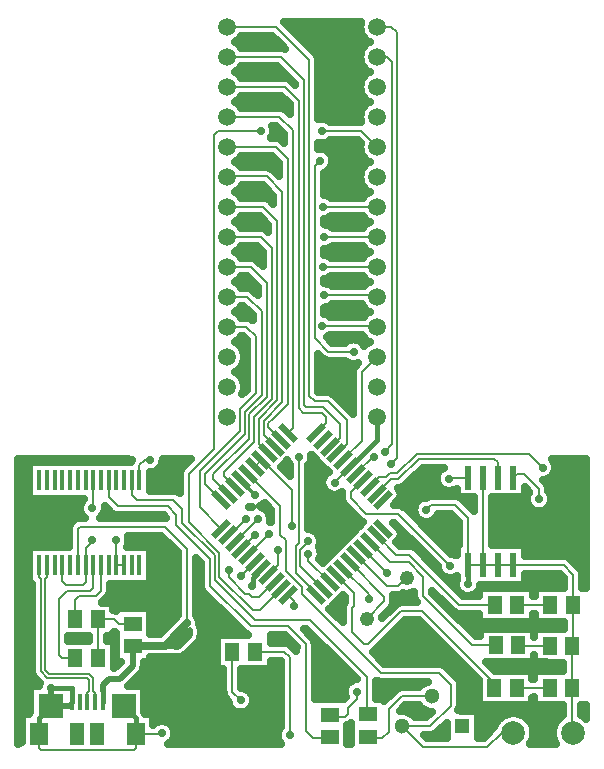
<source format=gbr>
G04 DipTrace 3.0.0.1*
G04 Top.gbr*
%MOIN*%
G04 #@! TF.FileFunction,Copper,L1,Top*
G04 #@! TF.Part,Single*
%AMOUTLINE3*
4,1,4,
-0.032014,0.018096,
-0.018096,0.032014,
0.032014,-0.018096,
0.018096,-0.032014,
-0.032014,0.018096,
0*%
%AMOUTLINE6*
4,1,4,
-0.018096,-0.032014,
-0.032014,-0.018096,
0.018096,0.032014,
0.032014,0.018096,
-0.018096,-0.032014,
0*%
G04 #@! TA.AperFunction,Conductor*
%ADD14C,0.007*%
%ADD15C,0.015748*%
%ADD16C,0.02*%
G04 #@! TA.AperFunction,CopperBalancing*
%ADD17C,0.025*%
G04 #@! TA.AperFunction,Conductor*
%ADD21C,0.018*%
%ADD22C,0.012*%
%ADD23C,0.015*%
G04 #@! TA.AperFunction,ComponentPad*
%ADD26C,0.059055*%
%ADD30R,0.059055X0.051181*%
%ADD31R,0.051181X0.059055*%
%ADD32R,0.023622X0.07874*%
G04 #@! TA.AperFunction,ComponentPad*
%ADD33C,0.051181*%
%ADD34R,0.051181X0.051181*%
%ADD35C,0.07874*%
%ADD37R,0.015748X0.070866*%
%ADD38R,0.015748X0.05315*%
%ADD39R,0.082677X0.07874*%
%ADD40R,0.062992X0.074803*%
%ADD41R,0.047244X0.074803*%
G04 #@! TA.AperFunction,ComponentPad*
%ADD42C,0.048*%
G04 #@! TA.AperFunction,ViaPad*
%ADD43C,0.029*%
%ADD84OUTLINE3*%
%ADD87OUTLINE6*%
%FSLAX26Y26*%
G04*
G70*
G90*
G75*
G01*
G04 Top*
%LPD*%
X687533Y570997D2*
D14*
Y601072D1*
X681738Y606867D1*
Y618067D1*
Y651841D1*
X667597Y665982D1*
X534526D1*
X521268Y679240D1*
Y966902D1*
X522045Y967678D1*
X522039Y981780D1*
X527833Y987576D1*
X527822Y1026509D1*
X661942Y570997D2*
Y601072D1*
X667738Y606867D1*
Y618067D1*
Y646042D1*
X661798Y651982D1*
X528727D1*
X507268Y673441D1*
Y972701D1*
X508042Y973475D1*
X508039Y981774D1*
X502243Y987568D1*
X502231Y1026501D1*
X834908Y1309974D2*
Y1359974D1*
X853806Y1378871D1*
X870341D1*
X871522Y1377690D1*
X732546Y1309974D2*
Y1253412D1*
X762992Y1222966D1*
X929265D1*
X956562Y1195669D1*
Y1159843D1*
X1069816Y1046588D1*
Y959186D1*
X1206037Y822966D1*
X1332152D1*
X1389501Y765617D1*
Y476115D1*
X1413911Y451706D1*
X1469685D1*
X1471391Y453412D1*
X713123Y570997D2*
D15*
Y607572D1*
D16*
Y628740D1*
X733071Y648688D1*
X770079D1*
X812861Y691470D1*
Y754724D1*
X814436Y756299D1*
D17*
Y759186D1*
X919685D1*
X993438Y832940D1*
X814436Y756299D2*
D16*
X946588D1*
X1003150Y812861D1*
Y795144D1*
X964173Y756168D1*
X953150D1*
X993438Y796457D1*
X630184Y1026509D2*
D14*
Y1147113D1*
X638583Y1155512D1*
X920210D1*
X993438Y1082283D1*
Y832940D1*
X809318Y1309974D2*
Y1262861D1*
X826115Y1246063D1*
X948031D1*
X978084Y1216010D1*
Y1168635D1*
X1087008Y1059711D1*
Y977822D1*
X1220341Y844488D1*
X1403806D1*
X1594488Y653806D1*
Y531759D1*
X1596325Y529921D1*
X622047Y846850D2*
Y912336D1*
X635171Y925459D1*
X690945D1*
X706562Y941076D1*
Y1026115D1*
X706955Y1026509D1*
X696850Y846850D2*
Y717698D1*
X697094Y717454D1*
X696850Y846850D2*
X751312D1*
X766535Y831627D1*
X813911D1*
X814436Y831102D1*
X1727034Y983202D2*
X1721522D1*
X1696063Y957743D1*
X1661201D1*
X1558987Y1059957D1*
X1592685Y848853D2*
X1593866D1*
X1652362Y907349D1*
Y922039D1*
X1536715Y1037686D1*
X1514445Y1377320D2*
Y1379799D1*
X1577165Y1442520D1*
Y1670604D1*
X1628084Y1721522D1*
X1930906Y1319094D2*
X1871325D1*
X1867717Y1315486D1*
X1581257Y1082228D2*
X1581420D1*
X1661680Y1001969D1*
X1174811Y1310507D2*
D22*
Y1309047D1*
X1222244Y1261614D1*
X1241623Y1015415D2*
D23*
Y1013802D1*
X1212730Y984908D1*
Y960367D1*
X1209383Y957021D1*
X2082283Y468635D2*
D14*
X2043438D1*
X1995276Y420472D1*
X1780315D1*
X1711155Y489633D1*
X1803806D1*
X1873228Y559055D1*
Y629528D1*
X1833333Y669423D1*
X1639370D1*
X1378871Y929921D1*
Y953281D1*
X1322966Y1009186D1*
Y1110105D1*
X1304987Y1128084D1*
Y1224873D1*
X1197081Y1332778D1*
X1811155Y589633D2*
X1709055D1*
X1665748Y546325D1*
Y472047D1*
X1645538Y451837D1*
X1599606D1*
X1596325Y455118D1*
X2203281Y617323D2*
X2092913D1*
X622291Y717454D2*
X576640D1*
X567323Y726772D1*
Y915354D1*
X593045Y941076D1*
X671654D1*
X680840Y950262D1*
Y1025984D1*
X681365Y1026509D1*
X2203150Y758924D2*
X2098163D1*
X2097507Y759580D1*
X2205512Y894619D2*
X2095013D1*
X2094226Y895407D1*
X1930906Y1027756D2*
X1980906D1*
X2030906D1*
X2080906D1*
X500525Y465682D2*
D23*
Y518832D1*
X539895Y558202D1*
X823360Y465682D2*
Y518832D1*
X783990Y558202D1*
X2280315Y894619D2*
D14*
Y761286D1*
X2277953Y758924D1*
Y617454D1*
X2278084Y617323D1*
Y469685D1*
X2279134Y468635D1*
X2080906Y1027756D2*
X2250197D1*
X2281890Y996063D1*
Y896194D1*
X2280315Y894619D1*
X823360Y465682D2*
Y417454D1*
X818373Y412467D1*
X506168D1*
X501181Y417454D1*
Y465026D1*
X500525Y465682D1*
X539895Y558202D2*
D16*
X597966D1*
D15*
X610761Y570997D1*
X1980906Y1319094D2*
D14*
Y1027756D1*
X1930906D2*
D23*
X1931234Y965420D1*
X1536715Y1355049D2*
D14*
X1538907D1*
D23*
X1629003Y1445144D1*
Y1520604D1*
D14*
X1628084Y1521522D1*
X1241623Y1377320D2*
X1219353Y1355050D1*
Y1355049D1*
X1241623Y1377320D2*
X1243677D1*
X1342651Y1278346D1*
Y1159449D1*
X1485958Y1302756D2*
Y1304291D1*
X1536715Y1355049D1*
X539895Y558202D2*
D16*
Y617192D1*
X610761Y570997D2*
D15*
Y619291D1*
D21*
X541995D1*
X539895Y617192D1*
X579003Y1026509D2*
D14*
Y973885D1*
X590420Y962467D1*
X647244D1*
X656693Y971916D1*
Y1025591D1*
X655774Y1026509D1*
X681365Y1309974D2*
Y1219816D1*
X678740Y1217192D1*
X677822Y1110367D2*
Y1104724D1*
X657349Y1084252D1*
Y1028084D1*
X655774Y1026509D1*
X758136D2*
Y1110367D1*
Y1026509D2*
X783727D1*
X1145538Y738058D2*
Y604724D1*
X1172966Y577297D1*
X823360Y465682D2*
X909646D1*
X910761Y466798D1*
X1930906Y1027756D2*
Y1184055D1*
X1888189Y1226772D1*
X1807349D1*
X1792257Y1211680D1*
X1514445Y1015415D2*
Y1015083D1*
X1599869Y929659D1*
Y913255D1*
X1219353Y1037686D2*
Y1037594D1*
X1172835Y991076D1*
X1220341Y738058D2*
X1318635D1*
X1337008Y719685D1*
Y460499D1*
X2018110Y617323D2*
Y634252D1*
X1779003Y873360D1*
X1708924D1*
X1598819Y763255D1*
X1582415D1*
X1542388Y803281D1*
Y883333D1*
X1551050Y891995D1*
Y934268D1*
X1492173Y993144D1*
X2022703Y759580D2*
X1945669D1*
X1781759Y923491D1*
Y987927D1*
X1732546Y1037139D1*
X1670888D1*
X1603529Y1104499D1*
X2019423Y895407D2*
X1901575D1*
X1735302Y1061680D1*
X1690891D1*
X1625801Y1126770D1*
X1492173Y1399591D2*
X1492766D1*
X1525984Y1432808D1*
Y1510761D1*
X1463353Y1573392D1*
X1420440D1*
X1401969Y1591864D1*
Y2710630D1*
X1290682Y2821916D1*
X1128478D1*
X1128084Y2821522D1*
Y2721522D2*
X1307743D1*
X1385564Y2643701D1*
Y1561417D1*
X1391995Y1554987D1*
X1448950D1*
X1504856Y1499081D1*
Y1452756D1*
X1473962Y1421862D1*
X1469903D1*
X1128084Y2621522D2*
X1320210D1*
X1366273Y2575459D1*
Y1549738D1*
X1381365Y1534646D1*
X1444751D1*
X1458793Y1520604D1*
Y1499837D1*
X1425360Y1466404D1*
X1330709D2*
Y1466667D1*
X1347244Y1483202D1*
Y2476772D1*
X1301837Y2522178D1*
X1128740D1*
X1128084Y2521522D1*
Y2421522D2*
X1289239D1*
X1329790Y2380971D1*
Y1564567D1*
X1280315Y1515092D1*
X1279396D1*
X1264961Y1500656D1*
Y1487609D1*
X1308437Y1444133D1*
X1286165Y1421862D2*
Y1426433D1*
X1249869Y1462730D1*
Y1508399D1*
X1312336Y1570866D1*
Y2270341D1*
X1259449Y2323228D1*
X1129790D1*
X1128084Y2321522D1*
X1263895Y1399591D2*
Y1400016D1*
X1233858Y1430052D1*
Y1515092D1*
X1295538Y1576772D1*
Y2174803D1*
X1248556Y2221785D1*
X1128346D1*
X1128084Y2221522D1*
Y2121522D2*
X1239764D1*
X1277690Y2083596D1*
Y1582021D1*
X1217060Y1521391D1*
Y1437402D1*
X1116142Y1336483D1*
Y1324634D1*
X1152539Y1288236D1*
X1128084Y2021522D2*
X1207218D1*
X1260367Y1968373D1*
Y1589239D1*
X1201312Y1530184D1*
Y1449475D1*
X1082021Y1330184D1*
Y1314211D1*
X1130268Y1265965D1*
X1128084Y1921522D2*
X1194226D1*
X1242782Y1872966D1*
Y1594488D1*
X1186352Y1538058D1*
Y1463386D1*
X1053281Y1330315D1*
Y1298409D1*
X1107997Y1243693D1*
X1128084Y1821522D2*
X1192126D1*
X1223753Y1789895D1*
Y1600131D1*
X1171916Y1548294D1*
Y1475722D1*
X1037008Y1340814D1*
Y1220031D1*
X1107997Y1149042D1*
X1130268Y1126770D2*
X1137400D1*
X1190289Y1179659D1*
X1444094Y1825197D2*
X1628084D1*
Y1821522D1*
X1152539Y1104499D2*
Y1105558D1*
X1229528Y1182546D1*
X1449344Y1926640D2*
X1622966D1*
X1628084Y1921522D1*
X1174811Y1082228D2*
Y1082423D1*
X1220997Y1128609D1*
X1446719Y2021522D2*
X1628084D1*
X1197081Y1059957D2*
Y1060467D1*
X1267585Y1130971D1*
X1451312Y2122047D2*
X1627559D1*
X1628084Y2121522D1*
Y2221522D2*
X1447244D1*
X1297507Y1076378D2*
Y1026756D1*
X1263895Y993144D1*
X1286165Y970873D2*
X1283734D1*
X1235696Y922835D1*
X1211286D1*
X1201312Y932808D1*
X1188845D1*
X1134252Y987402D1*
Y1008136D1*
X1132677Y1009711D1*
X1308437Y948601D2*
Y947676D1*
X1237008Y876247D1*
X1214042D1*
X1101181Y989108D1*
Y1068898D1*
X1000000Y1170079D1*
Y1329921D1*
X1084514Y1414436D1*
Y2459711D1*
X1098163Y2473360D1*
X1238320D1*
X1239895Y2474934D1*
X1443570Y2474016D2*
X1575591D1*
X1628084Y2421522D1*
X1349344Y891207D2*
Y907696D1*
X1330709Y926331D1*
X1368241Y1387927D2*
Y1102362D1*
X1356840Y1090961D1*
Y1001559D1*
X1425360Y933039D1*
Y926331D1*
X1628084Y2721522D2*
X1661549D1*
X1677822Y2705249D1*
Y1430971D1*
X1652887Y1406037D1*
X1396063Y1106824D2*
Y1104987D1*
X1370079Y1079003D1*
Y1026154D1*
X1447631Y948601D1*
X1628084Y2821522D2*
X1675328D1*
X1693570Y2803281D1*
Y1384121D1*
X1673491Y1364042D1*
X1398556Y1065617D2*
Y1042219D1*
X1469903Y970873D1*
X1581257Y1310507D2*
X1580192D1*
X1540682Y1270997D1*
Y1250000D1*
X1592257Y1198425D1*
X1697900D1*
X1871522Y1024803D1*
X1561024Y605906D2*
Y582677D1*
X1529790Y551444D1*
Y531890D1*
X1519554Y521654D1*
X1477953D1*
X1471391Y528215D1*
X2030906Y1319094D2*
Y1369882D1*
X2017979Y1382808D1*
X1768110D1*
X1698425Y1313123D1*
X1672959D1*
X1625801Y1265965D1*
X2167454Y1247244D2*
Y1282415D1*
X2117848Y1332021D1*
X2093832D1*
X2080906Y1319094D1*
X1603529Y1288236D2*
X1604115D1*
X1635564Y1319685D1*
X1657480D1*
X1672047Y1334252D1*
X1695538D1*
X1759580Y1398294D1*
X2133333D1*
X2179528Y1352100D1*
X1558987Y1332778D2*
Y1334184D1*
X1612598Y1387795D1*
X1618898D1*
X1549213Y1738714D2*
X1465617D1*
X1419291Y1785039D1*
Y2356430D1*
X1438189Y2375328D1*
D43*
X871522Y1377690D3*
X993438Y832940D3*
Y796457D3*
Y832940D3*
X1867717Y1315486D3*
X1661680Y1001969D3*
X1222244Y1261614D3*
X1209383Y957021D3*
X1931234Y965420D3*
X1342651Y1159449D3*
X1485958Y1302756D3*
X539895Y617192D3*
X678740Y1217192D3*
X677822Y1110367D3*
X758136D3*
D3*
X1931234Y965420D3*
X1172966Y577297D3*
X910761Y466798D3*
X1792257Y1211680D3*
X539895Y617192D3*
X1599869Y913255D3*
X1931234Y965420D3*
X910761Y466798D3*
X539895Y617192D3*
X1172835Y991076D3*
X1337008Y460499D3*
X1190289Y1179659D3*
X1444094Y1825197D3*
X1229528Y1182546D3*
X1449344Y1926640D3*
X1220997Y1128609D3*
X1446719Y2021522D3*
X1267585Y1130971D3*
X1451312Y2122047D3*
X1447244Y2221522D3*
X1297507Y1076378D3*
X1132677Y1009711D3*
X1239895Y2474934D3*
X1443570Y2474016D3*
X1349344Y891207D3*
X1368241Y1387927D3*
X1652887Y1406037D3*
X1396063Y1106824D3*
X1673491Y1364042D3*
X1398556Y1065617D3*
X1871522Y1024803D3*
X1561024Y605906D3*
X2167454Y1247244D3*
X2179528Y1352100D3*
X1618898Y1387795D3*
X1549213Y1738714D3*
X1438189Y2375328D3*
X1345883Y2811647D2*
D17*
X1570424D1*
X1174546Y2786778D2*
X1280874D1*
X1370737D2*
X1581606D1*
X1169419Y2761909D2*
X1305776D1*
X1395639D2*
X1586733D1*
X1420493Y2737041D2*
X1571743D1*
X1434409Y2712172D2*
X1570327D1*
X1174936Y2687303D2*
X1297036D1*
X1434458D2*
X1581215D1*
X1168881Y2662434D2*
X1321889D1*
X1434458D2*
X1587319D1*
X1434458Y2637566D2*
X1571889D1*
X1434458Y2612697D2*
X1570278D1*
X1175327Y2587828D2*
X1308999D1*
X1434458D2*
X1580825D1*
X1168296Y2562959D2*
X1333754D1*
X1434458D2*
X1587856D1*
X1434458Y2538091D2*
X1572085D1*
X1458042Y2513222D2*
X1570180D1*
X1281137Y2488353D2*
X1290759D1*
X1281772Y2463484D2*
X1314760D1*
X1466733Y2438615D2*
X1566079D1*
X1455014Y2413747D2*
X1570083D1*
X1176108Y2388878D2*
X1276967D1*
X1479379D2*
X1580044D1*
X1167124Y2364009D2*
X1297280D1*
X1480112D2*
X1589077D1*
X1288462Y2339140D2*
X1297257D1*
X1459946D2*
X1572378D1*
X1451792Y2314272D2*
X1570034D1*
X1176499Y2289403D2*
X1248354D1*
X1451792D2*
X1579653D1*
X1166489Y2264534D2*
X1273208D1*
X1451792D2*
X1589663D1*
X1176840Y2189928D2*
X1235463D1*
X1475864D2*
X1579311D1*
X1165854Y2165059D2*
X1260366D1*
X1451792D2*
X1590297D1*
X1177231Y2090453D2*
X1225893D1*
X1479965D2*
X1578969D1*
X1165171Y2065584D2*
X1245180D1*
X1451792D2*
X1590981D1*
X1232944Y2040715D2*
X1245180D1*
X1177573Y1990978D2*
X1192837D1*
X1476547D2*
X1578628D1*
X1164536Y1966109D2*
X1217690D1*
X1462924D2*
X1591665D1*
X1219419Y1941240D2*
X1227892D1*
X1472983Y1891503D2*
X1578286D1*
X1163803Y1866634D2*
X1204165D1*
X1451792D2*
X1592348D1*
X1470688Y1792028D2*
X1577944D1*
X1163071Y1767159D2*
X1191274D1*
X1581235D2*
X1593081D1*
X1182602Y1742290D2*
X1191274D1*
X1434458Y1717421D2*
X1442005D1*
X1178549Y1692552D2*
X1191274D1*
X1434458D2*
X1554165D1*
X1162338Y1667684D2*
X1191274D1*
X1434458D2*
X1544643D1*
X1182407Y1642815D2*
X1191274D1*
X1434458D2*
X1544643D1*
X1434458Y1617946D2*
X1544643D1*
X1488608Y1593077D2*
X1544643D1*
X1513462Y1568209D2*
X1544643D1*
X433725Y1369259D2*
X465346D1*
X914145D2*
X994399D1*
X1407260D2*
X1432631D1*
X2219272D2*
X2322182D1*
X433725Y1344390D2*
X465346D1*
X897934D2*
X971206D1*
X1321518D2*
X1335753D1*
X1400717D2*
X1457973D1*
X1774594D2*
X1836147D1*
X2222299D2*
X2322182D1*
X433725Y1319521D2*
X465346D1*
X871762D2*
X967495D1*
X1400717D2*
X1446059D1*
X1749741D2*
X1824428D1*
X2206919D2*
X2322182D1*
X433725Y1294652D2*
X465346D1*
X871762D2*
X967495D1*
X1400717D2*
X1443276D1*
X1724887D2*
X1829897D1*
X2197348D2*
X2322182D1*
X433725Y1269783D2*
X465346D1*
X1400717D2*
X1459096D1*
X1707846D2*
X1890102D1*
X2121713D2*
X2130727D1*
X2204184D2*
X2322182D1*
X433725Y1244915D2*
X646010D1*
X1400717D2*
X1508608D1*
X1703012D2*
X1765737D1*
X1914975D2*
X1948403D1*
X2013413D2*
X2124038D1*
X2210874D2*
X2322182D1*
X433725Y1220046D2*
X635317D1*
X1199853D2*
X1210489D1*
X1248618D2*
X1264922D1*
X1400717D2*
X1525698D1*
X1721176D2*
X1749624D1*
X1939829D2*
X1948430D1*
X2013413D2*
X2134292D1*
X2200620D2*
X2322182D1*
X433725Y1195177D2*
X641665D1*
X715805D2*
X749184D1*
X1400717D2*
X1550600D1*
X1832309D2*
X1874868D1*
X2013413D2*
X2322182D1*
X433725Y1170308D2*
X608462D1*
X1400717D2*
X1579262D1*
X1770932D2*
X1898403D1*
X2013413D2*
X2322182D1*
X433725Y1145440D2*
X597671D1*
X1412338D2*
X1554360D1*
X1795835D2*
X1898403D1*
X2013413D2*
X2322182D1*
X433725Y1120571D2*
X597671D1*
X800327D2*
X910219D1*
X1437192D2*
X1529506D1*
X1706967D2*
X1730825D1*
X1820688D2*
X1898403D1*
X2013413D2*
X2322182D1*
X433725Y1095702D2*
X597671D1*
X798911D2*
X935073D1*
X1438022D2*
X1504702D1*
X1701792D2*
X1755678D1*
X1845542D2*
X1898403D1*
X2013413D2*
X2322182D1*
X433725Y1070833D2*
X465346D1*
X871762D2*
X959975D1*
X1441733D2*
X1480385D1*
X1771079D2*
X1780581D1*
X1870395D2*
X1890102D1*
X2121713D2*
X2322182D1*
X433725Y1045965D2*
X465346D1*
X871762D2*
X960952D1*
X1439731D2*
X1455141D1*
X1795932D2*
X1805434D1*
X2276938D2*
X2322182D1*
X433725Y1021096D2*
X465346D1*
X871762D2*
X960952D1*
X1025962D2*
X1037287D1*
X2301792D2*
X2322182D1*
X433725Y996227D2*
X465346D1*
X871762D2*
X960952D1*
X1025962D2*
X1037287D1*
X2121713D2*
X2236782D1*
X2314389D2*
X2322176D1*
X433725Y971358D2*
X465346D1*
X871762D2*
X960952D1*
X1025962D2*
X1037287D1*
X1870542D2*
X1888149D1*
X2121713D2*
X2249379D1*
X2314389D2*
X2322176D1*
X433725Y946490D2*
X474770D1*
X739047D2*
X960952D1*
X1025962D2*
X1040133D1*
X433725Y921621D2*
X474770D1*
X731919D2*
X960952D1*
X1025962D2*
X1062465D1*
X1510727D2*
X1518515D1*
X1684848D2*
X1749331D1*
X433725Y896752D2*
X474770D1*
X751450D2*
X960952D1*
X1025962D2*
X1087319D1*
X1485825D2*
X1513051D1*
X433725Y871883D2*
X474770D1*
X872983D2*
X960952D1*
X1025962D2*
X1112172D1*
X1481821D2*
X1509878D1*
X433725Y847014D2*
X474770D1*
X872983D2*
X949868D1*
X1034458D2*
X1137075D1*
X1903159D2*
X1964809D1*
X433725Y822146D2*
X474770D1*
X872983D2*
X924965D1*
X1040952D2*
X1161928D1*
X1702622D2*
X1785268D1*
X1928012D2*
X2247817D1*
X433725Y797277D2*
X474770D1*
X1042172D2*
X1188051D1*
X1677768D2*
X1810171D1*
X1952915D2*
X1968129D1*
X433725Y772408D2*
X474770D1*
X1034213D2*
X1090932D1*
X1274936D2*
X1337807D1*
X1421225D2*
X1431006D1*
X1652915D2*
X1835024D1*
X433725Y747539D2*
X474770D1*
X1009653D2*
X1090932D1*
X1422006D2*
X1455825D1*
X1628012D2*
X1859878D1*
X433725Y722671D2*
X474770D1*
X981186D2*
X1090932D1*
X1422006D2*
X1480678D1*
X1631040D2*
X1884780D1*
X433725Y697802D2*
X474770D1*
X751694D2*
X765096D1*
X851840D2*
X1090932D1*
X1274936D2*
X1304506D1*
X1422006D2*
X1505581D1*
X1845542D2*
X1909633D1*
X1999497D2*
X2245473D1*
X433725Y672933D2*
X474770D1*
X846811D2*
X1113051D1*
X1178061D2*
X1304506D1*
X1422006D2*
X1530434D1*
X1874741D2*
X1934487D1*
X433725Y648064D2*
X487710D1*
X823569D2*
X1113051D1*
X1178061D2*
X1304506D1*
X1422006D2*
X1555288D1*
X1899301D2*
X1959389D1*
X433725Y623196D2*
X469546D1*
X854331D2*
X1113051D1*
X1178061D2*
X1304506D1*
X1422006D2*
X1521352D1*
X1626987D2*
X1768813D1*
X1905747D2*
X1963540D1*
X433725Y598327D2*
X469546D1*
X854331D2*
X1113735D1*
X1210678D2*
X1304506D1*
X1422006D2*
X1518227D1*
X1626987D2*
X1672817D1*
X1905747D2*
X1963540D1*
X433725Y573458D2*
X469546D1*
X854331D2*
X1129653D1*
X1216294D2*
X1304506D1*
X1905747D2*
X1963540D1*
X433725Y548589D2*
X469546D1*
X854331D2*
X1141176D1*
X1204721D2*
X1304506D1*
X1712924D2*
X1776577D1*
X1903842D2*
X2245571D1*
X2310581D2*
X2322243D1*
X883872Y523720D2*
X1304506D1*
X1753061D2*
X1792983D1*
X1965756D2*
X2043667D1*
X2120883D2*
X2240493D1*
X938803Y498852D2*
X1304506D1*
X1965756D2*
X2021254D1*
X2143296D2*
X2218081D1*
X953647Y473983D2*
X1295766D1*
X1529917D2*
X1537798D1*
X1833090D2*
X1856557D1*
X1965756D2*
X2003872D1*
X2150424D2*
X2211001D1*
X950229Y449114D2*
X1295131D1*
X1529917D2*
X1537798D1*
X2147690D2*
X2213735D1*
X1175636Y2791919D2*
X1170688Y2785135D1*
X1164471Y2778919D1*
X1157358Y2773751D1*
X1153520Y2771443D1*
X1161016Y2766850D1*
X1167701Y2761140D1*
X1173411Y2754454D1*
X1175368Y2751525D1*
X1310097Y2751430D1*
X1317013Y2750054D1*
X1321371Y2748248D1*
X1310045Y2760127D1*
X1278182Y2791916D1*
X1175692D1*
X1175368Y2691519D2*
X1170688Y2685135D1*
X1164471Y2678919D1*
X1157358Y2673751D1*
X1153520Y2671443D1*
X1161016Y2666850D1*
X1167701Y2661140D1*
X1173411Y2654454D1*
X1175368Y2651525D1*
X1322564Y2651430D1*
X1329481Y2650054D1*
X1335885Y2647102D1*
X1341423Y2642736D1*
X1355545Y2628614D1*
X1355512Y2631326D1*
X1295243Y2691522D1*
X1175370D1*
X1175368Y2591519D2*
X1170688Y2585135D1*
X1164471Y2578919D1*
X1157358Y2573751D1*
X1153520Y2571443D1*
X1161016Y2566850D1*
X1167701Y2561140D1*
X1173411Y2554454D1*
X1174929Y2552183D1*
X1304191Y2552086D1*
X1311108Y2550710D1*
X1317512Y2547758D1*
X1323050Y2543392D1*
X1336274Y2530168D1*
X1336221Y2563085D1*
X1307710Y2591522D1*
X1175435D1*
X1175368Y2391519D2*
X1170688Y2385135D1*
X1164471Y2378919D1*
X1157358Y2373751D1*
X1153520Y2371443D1*
X1161016Y2366850D1*
X1167701Y2361140D1*
X1173411Y2354454D1*
X1174223Y2353240D1*
X1261803Y2353136D1*
X1268719Y2351760D1*
X1275124Y2348808D1*
X1280662Y2344442D1*
X1299824Y2325279D1*
X1299738Y2368597D1*
X1276739Y2391522D1*
X1175420D1*
X1176401Y2293223D2*
X1170688Y2285135D1*
X1164471Y2278919D1*
X1157358Y2273751D1*
X1153520Y2271443D1*
X1161016Y2266850D1*
X1167701Y2261140D1*
X1173411Y2254454D1*
X1175197Y2251783D1*
X1250910Y2251692D1*
X1257827Y2250317D1*
X1264231Y2247364D1*
X1269770Y2242998D1*
X1282303Y2230465D1*
X1282284Y2257967D1*
X1246949Y2293228D1*
X1176490D1*
X1175540Y2191776D2*
X1170688Y2185135D1*
X1164471Y2178919D1*
X1157358Y2173751D1*
X1153520Y2171443D1*
X1161016Y2166850D1*
X1167701Y2161140D1*
X1173411Y2154454D1*
X1175368Y2151525D1*
X1242118Y2151430D1*
X1249034Y2150054D1*
X1255439Y2147102D1*
X1260977Y2142736D1*
X1265569Y2138144D1*
X1265486Y2162429D1*
X1236056Y2191785D1*
X1175558D1*
X1175368Y2091519D2*
X1170688Y2085135D1*
X1164471Y2078919D1*
X1157358Y2073751D1*
X1153520Y2071443D1*
X1161016Y2066850D1*
X1167701Y2061140D1*
X1173411Y2054454D1*
X1175368Y2051525D1*
X1209572Y2051430D1*
X1216488Y2050054D1*
X1222893Y2047102D1*
X1228431Y2042736D1*
X1247663Y2023504D1*
X1247638Y2071221D1*
X1227264Y2091522D1*
X1175359D1*
X1175368Y1991519D2*
X1170688Y1985135D1*
X1164471Y1978919D1*
X1157358Y1973751D1*
X1153520Y1971443D1*
X1161016Y1966850D1*
X1167701Y1961140D1*
X1173411Y1954454D1*
X1175368Y1951525D1*
X1196579Y1951430D1*
X1203496Y1950054D1*
X1209901Y1947102D1*
X1215439Y1942736D1*
X1230389Y1927785D1*
X1230315Y1955998D1*
X1194718Y1991522D1*
X1175431D1*
X1175368Y1891519D2*
X1170688Y1885135D1*
X1164471Y1878919D1*
X1157358Y1873751D1*
X1153520Y1871443D1*
X1161016Y1866850D1*
X1167701Y1861140D1*
X1173411Y1854454D1*
X1175368Y1851525D1*
X1194480Y1851430D1*
X1201397Y1850054D1*
X1207801Y1847102D1*
X1211616Y1844328D1*
X1212782Y1844488D1*
X1212730Y1860591D1*
X1181726Y1891522D1*
X1175427D1*
X1175368Y1791519D2*
X1170688Y1785135D1*
X1164471Y1778919D1*
X1157358Y1773751D1*
X1153520Y1771443D1*
X1161016Y1766850D1*
X1167701Y1761140D1*
X1173411Y1754454D1*
X1178005Y1746958D1*
X1181369Y1738836D1*
X1183422Y1730287D1*
X1184112Y1721522D1*
X1183422Y1712758D1*
X1181369Y1704209D1*
X1178005Y1696086D1*
X1173411Y1688590D1*
X1167701Y1681905D1*
X1161016Y1676195D1*
X1153348Y1671522D1*
X1161016Y1666850D1*
X1167701Y1661140D1*
X1173411Y1654454D1*
X1178005Y1646958D1*
X1181369Y1638836D1*
X1183422Y1630287D1*
X1184112Y1621522D1*
X1183422Y1612758D1*
X1181369Y1604209D1*
X1178616Y1597413D1*
X1193753Y1612631D1*
X1193701Y1777521D1*
X1179626Y1791522D1*
X1175378D1*
X1585448Y1757869D2*
X1591697Y1764126D1*
X1598810Y1769294D1*
X1602648Y1771601D1*
X1595152Y1776195D1*
X1588467Y1781905D1*
X1582757Y1788590D1*
X1578658Y1795202D1*
X1472078Y1795197D1*
X1465517Y1790239D1*
X1459537Y1787226D1*
X1478117Y1768714D1*
X1521232D1*
X1527790Y1773672D1*
X1533523Y1776593D1*
X1539641Y1778581D1*
X1545996Y1779588D1*
X1552429D1*
X1558784Y1778581D1*
X1564903Y1776593D1*
X1570635Y1773672D1*
X1575840Y1769891D1*
X1580389Y1765341D1*
X1584171Y1760136D1*
X1585443Y1757865D1*
X1583342Y1855197D2*
X1588467Y1861140D1*
X1595152Y1866850D1*
X1602820Y1871522D1*
X1595152Y1876195D1*
X1588467Y1881905D1*
X1582757Y1888590D1*
X1577911Y1896633D1*
X1477312Y1896640D1*
X1470766Y1891682D1*
X1465034Y1888761D1*
X1458915Y1886773D1*
X1452561Y1885767D1*
X1449281Y1885643D1*
X1449291Y1865854D1*
X1456764Y1864190D1*
X1462708Y1861728D1*
X1468194Y1858367D1*
X1471987Y1855204D1*
X1583303Y1855197D1*
X1584470Y1956627D2*
X1588467Y1961140D1*
X1595152Y1966850D1*
X1602820Y1971522D1*
X1595152Y1976195D1*
X1588467Y1981905D1*
X1582757Y1988590D1*
X1580800Y1991519D1*
X1474617Y1991522D1*
X1468142Y1986564D1*
X1462409Y1983643D1*
X1456290Y1981655D1*
X1449295Y1980624D1*
X1449344Y1967640D1*
X1455758Y1967136D1*
X1462014Y1965634D1*
X1467957Y1963172D1*
X1473443Y1959810D1*
X1477236Y1956648D1*
X1584451Y1956640D1*
X1580800Y2051525D2*
X1585480Y2057909D1*
X1591697Y2064126D1*
X1598810Y2069294D1*
X1602648Y2071601D1*
X1595152Y2076195D1*
X1588467Y2081905D1*
X1582757Y2088590D1*
X1580456Y2092034D1*
X1479268Y2092047D1*
X1472735Y2087089D1*
X1467002Y2084168D1*
X1460884Y2082180D1*
X1454529Y2081174D1*
X1449289Y2081127D1*
X1449291Y2062436D1*
X1456290Y2061389D1*
X1462409Y2059401D1*
X1468142Y2056481D1*
X1474612Y2051529D1*
X1580752Y2051522D1*
X1581143Y2152040D2*
X1585480Y2157909D1*
X1591697Y2164126D1*
X1598810Y2169294D1*
X1602648Y2171601D1*
X1595152Y2176195D1*
X1588467Y2181905D1*
X1582757Y2188590D1*
X1580800Y2191519D1*
X1475203Y2191522D1*
X1468667Y2186564D1*
X1462934Y2183643D1*
X1456815Y2181655D1*
X1449292Y2180603D1*
X1449291Y2163022D1*
X1457726Y2162542D1*
X1463982Y2161041D1*
X1469926Y2158579D1*
X1475412Y2155217D1*
X1479205Y2152054D1*
X1581146Y2152047D1*
X1580800Y2251525D2*
X1585480Y2257909D1*
X1591697Y2264126D1*
X1598810Y2269294D1*
X1602648Y2271601D1*
X1595152Y2276195D1*
X1588467Y2281905D1*
X1582757Y2288590D1*
X1578163Y2296086D1*
X1574799Y2304209D1*
X1572746Y2312758D1*
X1572056Y2321522D1*
X1572746Y2330287D1*
X1574799Y2338836D1*
X1578163Y2346958D1*
X1582757Y2354454D1*
X1588467Y2361140D1*
X1595152Y2366850D1*
X1602820Y2371522D1*
X1595152Y2376195D1*
X1588467Y2381905D1*
X1582757Y2388590D1*
X1578163Y2396086D1*
X1574799Y2404209D1*
X1572746Y2412758D1*
X1572056Y2421522D1*
X1572746Y2430287D1*
X1573433Y2433742D1*
X1563091Y2444016D1*
X1471538D1*
X1464992Y2439058D1*
X1459260Y2436137D1*
X1453141Y2434149D1*
X1446786Y2433142D1*
X1440353D1*
X1433998Y2434149D1*
X1431977Y2434719D1*
X1431969Y2415855D1*
X1438189Y2416328D1*
X1444603Y2415823D1*
X1450859Y2414321D1*
X1456803Y2411859D1*
X1462288Y2408498D1*
X1467180Y2404319D1*
X1471359Y2399427D1*
X1474720Y2393942D1*
X1477182Y2387998D1*
X1478684Y2381742D1*
X1479189Y2375328D1*
X1478684Y2368914D1*
X1477182Y2362658D1*
X1474720Y2356714D1*
X1471359Y2351229D1*
X1467180Y2346337D1*
X1462288Y2342158D1*
X1456803Y2338797D1*
X1449297Y2335894D1*
X1449291Y2262436D1*
X1456815Y2261389D1*
X1462934Y2259401D1*
X1468667Y2256481D1*
X1475137Y2251529D1*
X1580789Y2251522D1*
X1574864Y2504031D2*
X1572746Y2512758D1*
X1572056Y2521522D1*
X1572746Y2530287D1*
X1574799Y2538836D1*
X1578163Y2546958D1*
X1582757Y2554454D1*
X1588467Y2561140D1*
X1595152Y2566850D1*
X1602820Y2571522D1*
X1595152Y2576195D1*
X1588467Y2581905D1*
X1582757Y2588590D1*
X1578163Y2596086D1*
X1574799Y2604209D1*
X1572746Y2612758D1*
X1572056Y2621522D1*
X1572746Y2630287D1*
X1574799Y2638836D1*
X1578163Y2646958D1*
X1582757Y2654454D1*
X1588467Y2661140D1*
X1595152Y2666850D1*
X1602820Y2671522D1*
X1595152Y2676195D1*
X1588467Y2681905D1*
X1582757Y2688590D1*
X1578163Y2696086D1*
X1574799Y2704209D1*
X1572746Y2712758D1*
X1572056Y2721522D1*
X1572746Y2730287D1*
X1574799Y2738836D1*
X1578163Y2746958D1*
X1582757Y2754454D1*
X1588467Y2761140D1*
X1595152Y2766850D1*
X1602820Y2771522D1*
X1595152Y2776195D1*
X1588467Y2781905D1*
X1582757Y2788590D1*
X1578163Y2796086D1*
X1574799Y2804209D1*
X1572746Y2812758D1*
X1572056Y2821522D1*
X1572746Y2830287D1*
X1574141Y2836504D1*
X1318507Y2836516D1*
X1424781Y2730113D1*
X1428699Y2724250D1*
X1431140Y2717633D1*
X1431969Y2710630D1*
Y2513315D1*
X1437156Y2514511D1*
X1443570Y2515016D1*
X1449983Y2514511D1*
X1456239Y2513009D1*
X1462183Y2510547D1*
X1467669Y2507185D1*
X1471462Y2504023D1*
X1574850Y2504016D1*
X1624526Y582012D2*
X1652353D1*
Y575323D1*
X1689572Y612445D1*
X1695435Y616363D1*
X1702052Y618804D1*
X1709055Y619633D1*
X1768577D1*
X1774321Y626466D1*
X1780537Y631775D1*
X1787506Y636046D1*
X1795833Y639423D1*
X1637016Y639515D1*
X1630100Y640891D1*
X1625742Y642697D1*
X1624488Y641306D1*
Y581980D1*
X1540345Y477831D2*
X1540298Y499950D1*
X1535229Y496074D1*
X1528815Y493119D1*
X1527419Y480306D1*
Y431235D1*
X1540332Y431201D1*
X1540298Y477784D1*
X1533174Y494923D1*
X1528824Y493122D1*
X597300Y773482D2*
X666832D1*
X666850Y790794D1*
X597331Y790823D1*
X597323Y773509D1*
X726889Y773482D2*
X749185D1*
Y685151D1*
X761947Y692175D1*
X773997Y704225D1*
X758408Y704209D1*
Y802791D1*
X752916Y804897D1*
X750853Y806053D1*
X748941Y802878D1*
Y790823D1*
X726822D1*
X726850Y773462D1*
X710727Y902878D2*
X748941D1*
Y876852D1*
X756005Y876481D1*
X758325Y876019D1*
X758408Y883193D1*
X870463D1*
Y798185D1*
X903547Y798186D1*
X956914Y851570D1*
X960269Y857039D1*
X963431Y860832D1*
X963386Y1069909D1*
X907710Y1125512D1*
X796235D1*
X798004Y1119939D1*
X799010Y1113584D1*
Y1107151D1*
X798004Y1100796D1*
X796016Y1094677D1*
X792752Y1088433D1*
X869282Y1088442D1*
Y964576D1*
X736602D1*
X736469Y938722D1*
X735093Y931806D1*
X732141Y925401D1*
X727775Y919863D1*
X712151Y904240D1*
X1105948Y794085D2*
X1197629Y794036D1*
X1192417Y796236D1*
X1186553Y800154D1*
X1048603Y937973D1*
X1044237Y943511D1*
X1041285Y949916D1*
X1039909Y956833D1*
X1039764Y1034214D1*
X1023433Y1050545D1*
X1023438Y860848D1*
X1028397Y854362D1*
X1031317Y848630D1*
X1033305Y842511D1*
X1034312Y836156D1*
X1034391Y831746D1*
X1036871Y826829D1*
X1038641Y821382D1*
X1039537Y815725D1*
Y792281D1*
X1038641Y786624D1*
X1036871Y781176D1*
X1034271Y776073D1*
X1030904Y771440D1*
X989983Y730359D1*
X985627Y726639D1*
X980744Y723646D1*
X975452Y721454D1*
X969883Y720117D1*
X964173Y719668D1*
X870465Y719799D1*
X870463Y704209D1*
X849321D1*
X849248Y688606D1*
X848353Y682949D1*
X846583Y677502D1*
X843982Y672399D1*
X840616Y667765D1*
X797078Y624068D1*
X851828Y624072D1*
Y537402D1*
X854775Y531834D1*
X865364Y529584D1*
X881356D1*
Y495648D1*
X886662Y499968D1*
X892148Y503329D1*
X898091Y505791D1*
X904347Y507293D1*
X910761Y507798D1*
X917175Y507293D1*
X923431Y505791D1*
X929375Y503329D1*
X934860Y499968D1*
X939753Y495789D1*
X943931Y490897D1*
X947292Y485412D1*
X949754Y479468D1*
X951256Y473212D1*
X951761Y466798D1*
X951256Y460384D1*
X949754Y454128D1*
X947292Y448184D1*
X943931Y442699D1*
X939753Y437807D1*
X934860Y433628D1*
X931201Y431201D1*
X1308016Y431507D1*
X1303838Y436399D1*
X1300477Y441885D1*
X1298015Y447829D1*
X1296513Y454085D1*
X1296008Y460499D1*
X1296513Y466913D1*
X1298015Y473168D1*
X1300477Y479112D1*
X1303838Y484598D1*
X1307001Y488391D1*
X1306956Y707311D1*
X1306135Y708058D1*
X1272395D1*
X1272432Y682030D1*
X1175508D1*
X1175538Y618185D1*
X1182537Y617164D1*
X1188656Y615176D1*
X1194388Y612255D1*
X1199593Y608473D1*
X1204143Y603924D1*
X1207924Y598719D1*
X1210845Y592987D1*
X1212833Y586868D1*
X1213839Y580513D1*
Y574080D1*
X1212833Y567725D1*
X1210845Y561607D1*
X1207924Y555874D1*
X1204143Y550669D1*
X1199593Y546120D1*
X1194388Y542338D1*
X1188656Y539418D1*
X1182537Y537429D1*
X1176183Y536423D1*
X1169749D1*
X1163395Y537429D1*
X1157276Y539418D1*
X1151543Y542338D1*
X1146339Y546120D1*
X1141789Y550669D1*
X1138008Y555874D1*
X1135087Y561607D1*
X1133099Y567725D1*
X1132025Y575801D1*
X1121267Y587091D1*
X1117822Y593244D1*
X1115907Y600031D1*
X1115538Y604724D1*
Y682019D1*
X1093448Y682030D1*
Y794085D1*
X1105948D1*
X1272432Y792962D2*
Y768060D1*
X1320989Y767965D1*
X1327906Y766590D1*
X1334310Y763637D1*
X1339848Y759271D1*
X1358227Y740892D1*
X1359449Y753242D1*
X1319652Y792966D1*
X1272435D1*
X2238494Y673350D2*
X2247917D1*
X2247953Y702854D1*
X2151059Y702896D1*
Y728922D1*
X2149597Y728107D1*
Y703552D1*
X1991249D1*
X2021428Y673360D1*
X2145004Y673350D1*
Y647325D1*
X2151190Y648795D1*
Y673350D1*
X2238494D1*
X2324657Y561295D2*
X2308056D1*
X2308084Y527821D1*
X2317851Y521925D1*
X2324717Y516131D1*
X2324705Y561328D1*
X2248096Y561295D2*
X2151190D1*
Y587321D1*
X2145004Y585850D1*
Y561295D1*
X1966020D1*
Y643961D1*
X1766503Y843359D1*
X1721298Y843307D1*
X1618302Y740442D1*
X1614486Y737671D1*
X1621055Y730164D1*
X1651870Y699423D1*
X1835687Y699330D1*
X1842604Y697954D1*
X1849008Y695002D1*
X1854547Y690636D1*
X1896041Y649011D1*
X1899959Y643147D1*
X1902400Y636531D1*
X1903228Y629528D1*
X1903136Y556701D1*
X1901760Y549785D1*
X1898803Y543372D1*
X1909064Y541723D1*
X1963245D1*
Y450463D1*
X1982901Y450525D1*
X2018892Y486515D1*
X2021427Y493843D1*
X2026120Y503052D1*
X2032195Y511414D1*
X2039504Y518723D1*
X2047866Y524799D1*
X2057076Y529491D1*
X2066906Y532685D1*
X2077115Y534302D1*
X2087452D1*
X2097661Y532685D1*
X2107491Y529491D1*
X2116700Y524799D1*
X2125063Y518723D1*
X2132371Y511414D1*
X2138447Y503052D1*
X2143139Y493843D1*
X2146334Y484012D1*
X2147950Y473803D1*
Y463467D1*
X2146334Y453258D1*
X2143139Y443428D1*
X2138447Y434218D1*
X2136438Y431211D1*
X2224902Y431201D1*
X2220443Y438731D1*
X2216488Y448280D1*
X2214075Y458331D1*
X2213264Y468635D1*
X2214075Y478940D1*
X2216488Y488990D1*
X2220443Y498540D1*
X2225844Y507353D1*
X2232557Y515212D1*
X2240416Y521925D1*
X2248084Y526684D1*
Y561335D1*
X2238362Y814951D2*
X2250325D1*
X2250315Y838581D1*
X2153421Y838592D1*
Y864617D1*
X2146316Y863934D1*
Y839379D1*
X1967332D1*
Y865404D1*
X1899221Y865499D1*
X1892304Y866875D1*
X1885900Y869828D1*
X1880362Y874194D1*
X1811757Y942798D1*
X1811811Y935865D1*
X1958169Y789580D1*
X1970620D1*
X1970613Y815607D1*
X2149597D1*
Y788898D1*
X2151059Y790396D1*
Y814951D1*
X2238362D1*
X2240725Y950647D2*
X2251906D1*
X2251838Y983689D1*
X2237697Y997756D1*
X2119191D1*
X2119217Y961886D1*
X2042595Y961934D1*
X2042332Y951434D1*
X2146316D1*
Y924628D1*
X2153421Y926092D1*
Y950647D1*
X2240725D1*
X2311867D2*
X2324660D1*
X2324705Y1379785D1*
X2209714Y1379823D1*
X2214486Y1373522D1*
X2217407Y1367790D1*
X2219395Y1361671D1*
X2220401Y1355317D1*
Y1348883D1*
X2219395Y1342528D1*
X2217407Y1336410D1*
X2214486Y1330677D1*
X2210704Y1325472D1*
X2206155Y1320923D1*
X2200950Y1317141D1*
X2195218Y1314221D1*
X2189099Y1312233D1*
X2181123Y1311162D1*
X2191725Y1300048D1*
X2195171Y1293895D1*
X2197085Y1287108D1*
X2197454Y1282415D1*
Y1275237D1*
X2202412Y1268667D1*
X2205333Y1262934D1*
X2207321Y1256815D1*
X2208328Y1250461D1*
Y1244027D1*
X2207321Y1237673D1*
X2205333Y1231554D1*
X2202412Y1225822D1*
X2198631Y1220617D1*
X2194081Y1216067D1*
X2188877Y1212286D1*
X2183144Y1209365D1*
X2177025Y1207377D1*
X2170671Y1206370D1*
X2164237D1*
X2157883Y1207377D1*
X2151764Y1209365D1*
X2146032Y1212286D1*
X2140827Y1216067D1*
X2136277Y1220617D1*
X2132496Y1225822D1*
X2129575Y1231554D1*
X2127587Y1237673D1*
X2126580Y1244027D1*
Y1250461D1*
X2127587Y1256815D1*
X2129575Y1262934D1*
X2132496Y1268667D1*
X2135086Y1272360D1*
X2119206Y1288236D1*
X2119217Y1253224D1*
X2010867D1*
X2010906Y1093655D1*
X2119217Y1093626D1*
Y1057737D1*
X2252551Y1057664D1*
X2259467Y1056288D1*
X2265872Y1053335D1*
X2271410Y1048969D1*
X2304702Y1015547D1*
X2308620Y1009683D1*
X2311061Y1003066D1*
X2311890Y996054D1*
Y950604D1*
X1892595Y1059981D2*
Y1093626D1*
X1900944D1*
X1900853Y1171681D1*
X1875689Y1196772D1*
X1830425D1*
X1827215Y1190257D1*
X1823434Y1185052D1*
X1818885Y1180503D1*
X1813680Y1176722D1*
X1807947Y1173801D1*
X1801828Y1171813D1*
X1795474Y1170806D1*
X1789040D1*
X1782686Y1171813D1*
X1776567Y1173801D1*
X1770835Y1176722D1*
X1765630Y1180503D1*
X1761081Y1185052D1*
X1757299Y1190257D1*
X1754378Y1195990D1*
X1752390Y1202109D1*
X1751384Y1208463D1*
Y1214897D1*
X1752390Y1221251D1*
X1754378Y1227370D1*
X1757299Y1233102D1*
X1761081Y1238307D1*
X1765630Y1242856D1*
X1770835Y1246638D1*
X1776567Y1249559D1*
X1782686Y1251547D1*
X1789040Y1252553D1*
X1792220Y1252678D1*
X1798079Y1255303D1*
X1804995Y1256679D1*
X1890552Y1256678D1*
X1892595Y1265724D1*
Y1282863D1*
X1886330Y1278954D1*
X1880386Y1276492D1*
X1874130Y1274990D1*
X1867717Y1274486D1*
X1861303Y1274990D1*
X1855047Y1276492D1*
X1849103Y1278954D1*
X1843617Y1282316D1*
X1838725Y1286494D1*
X1834547Y1291386D1*
X1831185Y1296872D1*
X1828723Y1302816D1*
X1827221Y1309072D1*
X1826717Y1315486D1*
X1827221Y1321899D1*
X1828723Y1328155D1*
X1831185Y1334099D1*
X1834547Y1339585D1*
X1838725Y1344477D1*
X1843617Y1348655D1*
X1850827Y1352812D1*
X1780485Y1352756D1*
X1717909Y1290311D1*
X1712045Y1286393D1*
X1705429Y1283952D1*
X1698425Y1283123D1*
X1696228D1*
X1701524Y1277365D1*
X1704568Y1271930D1*
X1706259Y1265934D1*
X1706504Y1259710D1*
X1705288Y1253600D1*
X1702680Y1247942D1*
X1698824Y1243050D1*
X1684219Y1228446D1*
X1702593Y1228056D1*
X1709381Y1226142D1*
X1715534Y1222696D1*
X1719120Y1219632D1*
X1872999Y1065753D1*
X1881094Y1064670D1*
X1887212Y1062682D1*
X1892605Y1059952D1*
X1992605Y961886D2*
X1972098D1*
X1971101Y955849D1*
X1969744Y951441D1*
X2042332Y951434D1*
X2042605Y961886D1*
X1992595Y961934D1*
X1950906Y1253224D2*
X1902371D1*
X1907672Y1249584D1*
X1950882Y1206505D1*
X1950905Y1253195D1*
X1702928Y541066D2*
X1711155Y541723D1*
X1719304Y541082D1*
X1727252Y539174D1*
X1734803Y536046D1*
X1741773Y531775D1*
X1747988Y526466D1*
X1753714Y519626D1*
X1791431Y519685D1*
X1809351Y537604D1*
X1803006Y538183D1*
X1795058Y540091D1*
X1787506Y543220D1*
X1780537Y547490D1*
X1774321Y552799D1*
X1768596Y559639D1*
X1721430Y559580D1*
X1702889Y541040D1*
X1859064Y450481D2*
Y502435D1*
X1823289Y466820D1*
X1817426Y462902D1*
X1810809Y460461D1*
X1803806Y459632D1*
X1783542D1*
X1792815Y450473D1*
X1859075D1*
X1419514Y580306D2*
X1516258D1*
X1524079Y588159D1*
X1522030Y593236D1*
X1520528Y599492D1*
X1520024Y605906D1*
X1520528Y612319D1*
X1522030Y618575D1*
X1524492Y624519D1*
X1527854Y630005D1*
X1532032Y634897D1*
X1536924Y639075D1*
X1542410Y642437D1*
X1548354Y644899D1*
X1554610Y646401D1*
X1559051Y646828D1*
X1391306Y814488D1*
X1383054D1*
X1412314Y785100D1*
X1416232Y779237D1*
X1418672Y772620D1*
X1419501Y765617D1*
Y580314D1*
X1967332Y925365D2*
Y946019D1*
X1964403Y941321D1*
X1960225Y936429D1*
X1955333Y932250D1*
X1949847Y928889D1*
X1943903Y926427D1*
X1940077Y925408D1*
X1967346Y925407D1*
X1957861Y934243D1*
X1952656Y930462D1*
X1946924Y927541D1*
X1940077Y925408D1*
X1921662Y925553D1*
X1915544Y927541D1*
X1909811Y930462D1*
X1907208Y932201D1*
X1914075Y925407D1*
X1921662Y925553D1*
X1915544Y927541D1*
X1909811Y930462D1*
X1907208Y932201D1*
X1898015Y941394D1*
X1894702Y946806D1*
X1892240Y952750D1*
X1890738Y959006D1*
X1890234Y965420D1*
X1890738Y971834D1*
X1892595Y979122D1*
Y989669D1*
X1887212Y986924D1*
X1881094Y984936D1*
X1874739Y983930D1*
X1868305D1*
X1861951Y984936D1*
X1855832Y986924D1*
X1848479Y990928D1*
X1897971Y941437D1*
X1894702Y946806D1*
X1892240Y952750D1*
X1890738Y959006D1*
X1890234Y965420D1*
X1890738Y971834D1*
X1892593Y979045D1*
X1328735Y1376845D2*
X1319831Y1368404D1*
X1314648Y1362756D1*
X1307639Y1355747D1*
X1338260Y1325164D1*
X1338241Y1360028D1*
X1333283Y1366504D1*
X1330362Y1372236D1*
X1328787Y1376891D1*
X1319838Y1368409D1*
X1489545Y902928D2*
X1481297Y895143D1*
X1476112Y889497D1*
X1468896Y882280D1*
X1512400Y838819D1*
X1512481Y885687D1*
X1513857Y892604D1*
X1516809Y899008D1*
X1521050Y904495D1*
X1520998Y921893D1*
X1514748Y928143D1*
X1503568Y917415D1*
X1498384Y911767D1*
X1489545Y902928D1*
X1463727Y1052283D2*
X1480779Y1068873D1*
X1485962Y1074521D1*
X1503050Y1091144D1*
X1508240Y1096796D1*
X1501409Y1089852D1*
X1517073Y1105630D1*
X1525321Y1113415D1*
X1530510Y1119068D1*
X1523681Y1112122D1*
X1539343Y1127901D1*
X1547592Y1135686D1*
X1552782Y1141338D1*
X1545951Y1134394D1*
X1561615Y1150172D1*
X1569864Y1157957D1*
X1575054Y1163610D1*
X1578637Y1171695D1*
X1572774Y1175613D1*
X1517870Y1230516D1*
X1513952Y1236380D1*
X1511511Y1242997D1*
X1510682Y1250000D1*
Y1270035D1*
X1504572Y1266225D1*
X1498628Y1263763D1*
X1492372Y1262261D1*
X1485958Y1261756D1*
X1479544Y1262261D1*
X1473288Y1263763D1*
X1467344Y1266225D1*
X1461859Y1269586D1*
X1456967Y1273765D1*
X1452788Y1278657D1*
X1449427Y1284142D1*
X1446965Y1290086D1*
X1445463Y1296342D1*
X1444958Y1302756D1*
X1445463Y1309170D1*
X1446965Y1315426D1*
X1449427Y1321370D1*
X1452788Y1326855D1*
X1456967Y1331747D1*
X1461859Y1335926D1*
X1465775Y1338408D1*
X1460987Y1343655D1*
X1455339Y1348838D1*
X1438715Y1365925D1*
X1432026Y1372152D1*
X1416445Y1388197D1*
X1409755Y1394422D1*
X1408737Y1394340D1*
X1409241Y1387927D1*
X1408737Y1381513D1*
X1407235Y1375257D1*
X1404773Y1369313D1*
X1401411Y1363827D1*
X1398249Y1360034D1*
X1398242Y1147741D1*
X1405634Y1146691D1*
X1411753Y1144703D1*
X1417485Y1141782D1*
X1422690Y1138001D1*
X1427240Y1133452D1*
X1431021Y1128247D1*
X1433942Y1122514D1*
X1435930Y1116395D1*
X1436937Y1110041D1*
Y1103607D1*
X1435930Y1097253D1*
X1433942Y1091134D1*
X1432663Y1088359D1*
X1436435Y1081307D1*
X1438424Y1075188D1*
X1439430Y1068834D1*
Y1062400D1*
X1438424Y1056046D1*
X1436435Y1049927D1*
X1435440Y1047768D1*
X1447357Y1035846D1*
X1456867Y1045310D1*
X1680098Y1168410D2*
X1701524Y1146523D1*
X1704568Y1141087D1*
X1706259Y1135092D1*
X1706504Y1128867D1*
X1705288Y1122757D1*
X1702680Y1117100D1*
X1698824Y1112208D1*
X1690779Y1104163D1*
X1703391Y1091680D1*
X1737656Y1091587D1*
X1744572Y1090212D1*
X1750977Y1087259D1*
X1756515Y1082893D1*
X1837549Y1001859D1*
X1833643Y1009113D1*
X1831655Y1015232D1*
X1830581Y1023308D1*
X1685400Y1168425D1*
X1680078D1*
X869282Y1336799D2*
Y1276057D1*
X950385Y1275971D1*
X957302Y1274595D1*
X963706Y1271642D1*
X969245Y1267276D1*
X969970Y1266551D1*
X970092Y1332275D1*
X971468Y1339192D1*
X974421Y1345596D1*
X978787Y1351135D1*
X1007478Y1379826D1*
X912497Y1379823D1*
X912018Y1371276D1*
X910516Y1365021D1*
X908054Y1359077D1*
X904692Y1353591D1*
X900514Y1348699D1*
X895622Y1344521D1*
X890136Y1341159D1*
X884192Y1338697D1*
X877936Y1337195D1*
X871522Y1336690D1*
X869273Y1336779D1*
X800534Y1371862D2*
X807419Y1371907D1*
X810638Y1377607D1*
X812102Y1379464D1*
X793307Y1379823D1*
X431247D1*
X431201Y431239D1*
X442529Y439281D1*
Y529584D1*
X468261D1*
X471541Y536606D1*
X472056Y542332D1*
Y624072D1*
X499449D1*
X500902Y629861D1*
X503085Y635200D1*
X484456Y653957D1*
X480537Y659821D1*
X478097Y666438D1*
X477268Y673441D1*
Y964570D1*
X467857Y964568D1*
Y1088434D1*
X600146Y1088442D1*
X600276Y1149467D1*
X601652Y1156383D1*
X604604Y1162788D1*
X608970Y1168326D1*
X620949Y1179782D1*
X627102Y1183228D1*
X633890Y1185143D1*
X638583Y1185512D1*
X652694D1*
X647564Y1190564D1*
X643782Y1195769D1*
X640861Y1201502D1*
X638873Y1207620D1*
X637867Y1213975D1*
Y1220408D1*
X638873Y1226763D1*
X640861Y1232882D1*
X643782Y1238614D1*
X647564Y1243819D1*
X651365Y1247677D1*
X626467Y1248040D1*
X467857Y1248041D1*
Y1371907D1*
X800578D1*
X808178Y1373594D1*
X812096Y1379457D1*
X1751758Y939213D2*
X1746360Y936546D1*
X1738823Y934097D1*
X1730996Y932858D1*
X1723072D1*
X1714723Y934245D1*
X1709683Y931012D1*
X1703066Y928572D1*
X1696063Y927743D1*
X1681854D1*
X1682362Y922039D1*
X1681993Y902656D1*
X1680079Y895869D1*
X1676633Y889715D1*
X1673576Y886136D1*
X1642743Y855303D1*
X1643139Y850014D1*
X1689440Y896172D1*
X1695304Y900090D1*
X1701920Y902531D1*
X1708924Y903360D1*
X1759559D1*
X1756179Y907816D1*
X1753227Y914220D1*
X1751851Y921137D1*
X1751758Y939165D1*
X732940Y1210591D2*
X719095Y1224437D1*
X719740Y1217192D1*
X719235Y1210778D1*
X717733Y1204522D1*
X715271Y1198578D1*
X711910Y1193092D1*
X707732Y1188200D1*
X704726Y1185509D1*
X922573Y1185418D1*
X916765Y1192966D1*
X760638Y1193058D1*
X753722Y1194434D1*
X747317Y1197387D1*
X741779Y1201753D1*
X732940Y1210591D1*
X1547165Y1532022D2*
X1547258Y1672957D1*
X1548634Y1679874D1*
X1551586Y1686279D1*
X1555952Y1691817D1*
X1564903Y1700835D1*
X1558784Y1698847D1*
X1552429Y1697840D1*
X1545996D1*
X1539641Y1698847D1*
X1533523Y1700835D1*
X1527790Y1703756D1*
X1521320Y1708707D1*
X1463263Y1708806D1*
X1456346Y1710182D1*
X1449942Y1713135D1*
X1444404Y1717501D1*
X1431939Y1729965D1*
X1432021Y1604238D1*
X1432940Y1603393D1*
X1465707Y1603300D1*
X1472624Y1601924D1*
X1479028Y1598972D1*
X1484566Y1594606D1*
X1547165Y1532007D1*
X1252951Y1234479D2*
X1248871Y1230438D1*
X1243667Y1226656D1*
X1236011Y1223026D1*
X1242197Y1221539D1*
X1248141Y1219077D1*
X1253627Y1215716D1*
X1258519Y1211537D1*
X1262697Y1206645D1*
X1266059Y1201160D1*
X1268521Y1195216D1*
X1270023Y1188960D1*
X1270528Y1182546D1*
X1270023Y1176132D1*
X1269105Y1171946D1*
X1274998Y1171268D1*
X1274935Y1212498D1*
X1252941Y1234492D1*
X1967329Y946027D2*
X1964403Y941321D1*
X1960225Y936429D1*
X1955333Y932250D1*
X1949847Y928889D1*
X1943903Y926427D1*
X1940077Y925408D1*
X1921662Y925553D1*
X1915544Y927541D1*
X1909811Y930462D1*
X1907208Y932201D1*
X1898015Y941394D1*
X1894702Y946806D1*
X1892240Y952750D1*
X1890738Y959006D1*
X1890234Y965420D1*
X1890738Y971834D1*
X1892593Y979045D1*
X881676Y495688D2*
X886662Y499968D1*
X892148Y503329D1*
X898091Y505791D1*
X904347Y507293D1*
X910761Y507798D1*
X917175Y507293D1*
X923431Y505791D1*
X929375Y503329D1*
X934860Y499968D1*
X939753Y495789D1*
X943931Y490897D1*
X947292Y485412D1*
X949754Y479468D1*
X951256Y473212D1*
X951761Y466798D1*
X951256Y460384D1*
X949754Y454128D1*
X947292Y448184D1*
X943931Y442699D1*
X939753Y437807D1*
X934860Y433628D1*
X931053Y431207D1*
X1317244Y2435985D2*
X1317192Y2464397D1*
X1289337Y2492178D1*
X1277081D1*
X1279762Y2484506D1*
X1280769Y2478151D1*
Y2471718D1*
X1279762Y2465363D1*
X1277774Y2459244D1*
X1274853Y2453512D1*
X1273519Y2451515D1*
X1291593Y2451430D1*
X1298509Y2450054D1*
X1304914Y2447102D1*
X1310452Y2442736D1*
X1317254Y2435934D1*
D26*
X1128084Y2821522D3*
Y2721522D3*
Y2621522D3*
Y2521522D3*
Y2421522D3*
Y2321522D3*
Y2221522D3*
Y2121522D3*
Y2021522D3*
Y1921522D3*
Y1821522D3*
Y1721522D3*
Y1621522D3*
Y1521522D3*
X1628084D3*
Y1621522D3*
Y1721522D3*
Y1821522D3*
Y1921522D3*
Y2021522D3*
Y2121522D3*
Y2221522D3*
Y2321522D3*
Y2421522D3*
Y2521522D3*
Y2621522D3*
Y2721522D3*
Y2821522D3*
D30*
X1596325Y529922D3*
Y455118D3*
D31*
X622291Y717454D3*
X697094D3*
X622047Y846850D3*
X696850D3*
X1145538Y738058D3*
X1220341D3*
X2278084Y617323D3*
X2203281D3*
X2277953Y758924D3*
X2203150D3*
X2280315Y894619D3*
X2205512D3*
D32*
X1930906Y1027756D3*
X1980906D3*
X2030906D3*
X2080906D3*
Y1319094D3*
X2030906D3*
X1980906D3*
X1930906D3*
D33*
X1711155Y489633D3*
X1811155Y589633D3*
D34*
X1911155Y489633D3*
D30*
X814436Y831102D3*
Y756299D3*
X1471391Y453412D3*
Y528215D3*
D31*
X2018110Y617323D3*
X2092913D3*
X2022703Y759580D3*
X2097507D3*
X2019423Y895407D3*
X2094226D3*
D35*
X2279134Y468635D3*
X2082283D3*
D84*
X1330709Y1466404D3*
X1308437Y1444133D3*
X1286165Y1421862D3*
X1263895Y1399591D3*
X1241623Y1377320D3*
X1219353Y1355049D3*
X1197081Y1332778D3*
X1174811Y1310507D3*
X1152539Y1288236D3*
X1130268Y1265965D3*
X1107997Y1243693D3*
D87*
Y1149042D3*
X1130268Y1126770D3*
X1152539Y1104499D3*
X1174811Y1082228D3*
X1197081Y1059957D3*
X1219353Y1037686D3*
X1241623Y1015415D3*
X1263895Y993144D3*
X1286165Y970873D3*
X1308437Y948601D3*
X1330709Y926331D3*
D84*
X1425360D3*
X1447631Y948601D3*
X1469903Y970873D3*
X1492173Y993144D3*
X1514445Y1015415D3*
X1536715Y1037686D3*
X1558987Y1059957D3*
X1581257Y1082228D3*
X1603529Y1104499D3*
X1625801Y1126770D3*
X1648071Y1149042D3*
D87*
Y1243693D3*
X1625801Y1265965D3*
X1603529Y1288236D3*
X1581257Y1310507D3*
X1558987Y1332778D3*
X1536715Y1355049D3*
X1514445Y1377320D3*
X1492173Y1399591D3*
X1469903Y1421862D3*
X1447631Y1444133D3*
X1425360Y1466404D3*
D37*
X834908Y1309974D3*
X809318D3*
X783727D3*
X758136D3*
X732546D3*
X706955D3*
X681365D3*
X655774D3*
X630184D3*
X604593D3*
X579003D3*
X553412D3*
X527822D3*
X502231D3*
Y1026501D3*
X527822Y1026509D3*
X553412D3*
X579003D3*
X604593D3*
X630184D3*
X655774D3*
X681365D3*
X706955D3*
X732546D3*
X758136D3*
X783727D3*
X809318D3*
X834908D3*
D38*
X713123Y570997D3*
X687533D3*
X661942D3*
X636352D3*
X610761D3*
D39*
X783990Y558202D3*
X539895D3*
D40*
X823360Y465682D3*
X500525D3*
D41*
X695407D3*
X628478D3*
D42*
X1727034Y983202D3*
X1592685Y848853D3*
M02*

</source>
